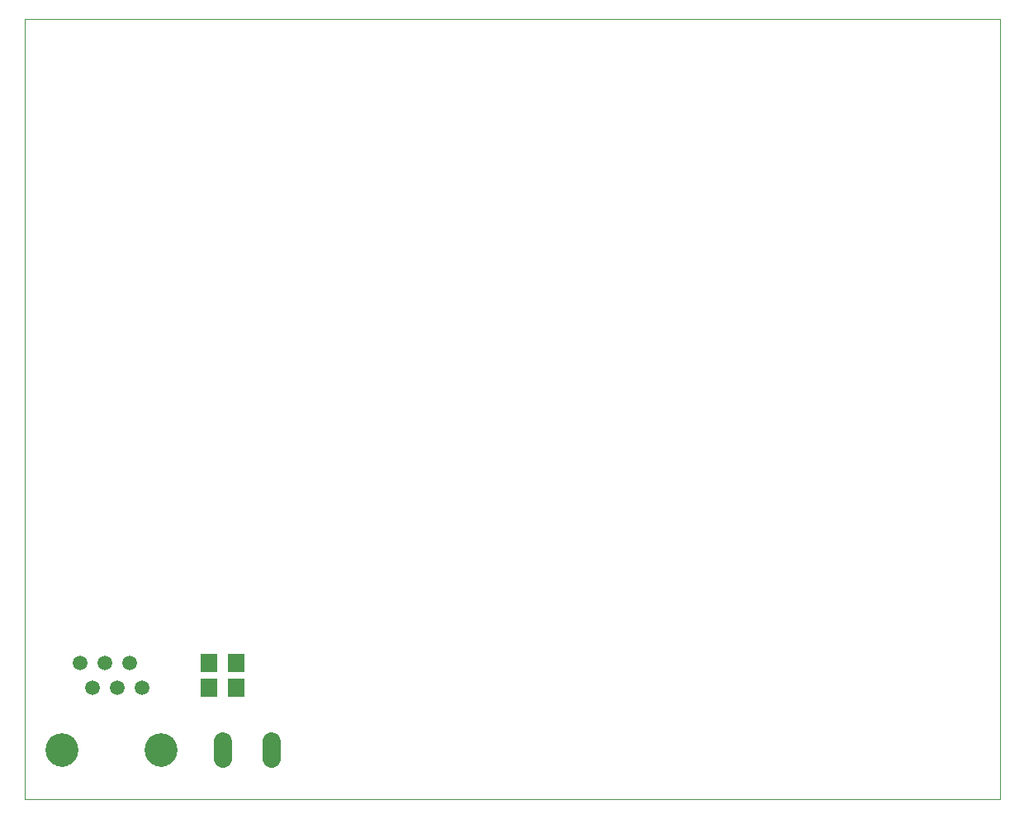
<source format=gbs>
G75*
%MOIN*%
%OFA0B0*%
%FSLAX24Y24*%
%IPPOS*%
%LPD*%
%AMOC8*
5,1,8,0,0,1.08239X$1,22.5*
%
%ADD10C,0.0000*%
%ADD11C,0.0594*%
%ADD12C,0.1320*%
%ADD13R,0.0670X0.0749*%
%ADD14C,0.0745*%
D10*
X000260Y001204D02*
X000260Y032700D01*
X039630Y032700D01*
X039630Y001204D01*
X000260Y001204D01*
X001120Y003204D02*
X001122Y003254D01*
X001128Y003304D01*
X001138Y003353D01*
X001151Y003402D01*
X001169Y003449D01*
X001190Y003495D01*
X001214Y003538D01*
X001242Y003580D01*
X001273Y003620D01*
X001307Y003657D01*
X001344Y003691D01*
X001384Y003722D01*
X001426Y003750D01*
X001469Y003774D01*
X001515Y003795D01*
X001562Y003813D01*
X001611Y003826D01*
X001660Y003836D01*
X001710Y003842D01*
X001760Y003844D01*
X001810Y003842D01*
X001860Y003836D01*
X001909Y003826D01*
X001958Y003813D01*
X002005Y003795D01*
X002051Y003774D01*
X002094Y003750D01*
X002136Y003722D01*
X002176Y003691D01*
X002213Y003657D01*
X002247Y003620D01*
X002278Y003580D01*
X002306Y003538D01*
X002330Y003495D01*
X002351Y003449D01*
X002369Y003402D01*
X002382Y003353D01*
X002392Y003304D01*
X002398Y003254D01*
X002400Y003204D01*
X002398Y003154D01*
X002392Y003104D01*
X002382Y003055D01*
X002369Y003006D01*
X002351Y002959D01*
X002330Y002913D01*
X002306Y002870D01*
X002278Y002828D01*
X002247Y002788D01*
X002213Y002751D01*
X002176Y002717D01*
X002136Y002686D01*
X002094Y002658D01*
X002051Y002634D01*
X002005Y002613D01*
X001958Y002595D01*
X001909Y002582D01*
X001860Y002572D01*
X001810Y002566D01*
X001760Y002564D01*
X001710Y002566D01*
X001660Y002572D01*
X001611Y002582D01*
X001562Y002595D01*
X001515Y002613D01*
X001469Y002634D01*
X001426Y002658D01*
X001384Y002686D01*
X001344Y002717D01*
X001307Y002751D01*
X001273Y002788D01*
X001242Y002828D01*
X001214Y002870D01*
X001190Y002913D01*
X001169Y002959D01*
X001151Y003006D01*
X001138Y003055D01*
X001128Y003104D01*
X001122Y003154D01*
X001120Y003204D01*
X005120Y003204D02*
X005122Y003254D01*
X005128Y003304D01*
X005138Y003353D01*
X005151Y003402D01*
X005169Y003449D01*
X005190Y003495D01*
X005214Y003538D01*
X005242Y003580D01*
X005273Y003620D01*
X005307Y003657D01*
X005344Y003691D01*
X005384Y003722D01*
X005426Y003750D01*
X005469Y003774D01*
X005515Y003795D01*
X005562Y003813D01*
X005611Y003826D01*
X005660Y003836D01*
X005710Y003842D01*
X005760Y003844D01*
X005810Y003842D01*
X005860Y003836D01*
X005909Y003826D01*
X005958Y003813D01*
X006005Y003795D01*
X006051Y003774D01*
X006094Y003750D01*
X006136Y003722D01*
X006176Y003691D01*
X006213Y003657D01*
X006247Y003620D01*
X006278Y003580D01*
X006306Y003538D01*
X006330Y003495D01*
X006351Y003449D01*
X006369Y003402D01*
X006382Y003353D01*
X006392Y003304D01*
X006398Y003254D01*
X006400Y003204D01*
X006398Y003154D01*
X006392Y003104D01*
X006382Y003055D01*
X006369Y003006D01*
X006351Y002959D01*
X006330Y002913D01*
X006306Y002870D01*
X006278Y002828D01*
X006247Y002788D01*
X006213Y002751D01*
X006176Y002717D01*
X006136Y002686D01*
X006094Y002658D01*
X006051Y002634D01*
X006005Y002613D01*
X005958Y002595D01*
X005909Y002582D01*
X005860Y002572D01*
X005810Y002566D01*
X005760Y002564D01*
X005710Y002566D01*
X005660Y002572D01*
X005611Y002582D01*
X005562Y002595D01*
X005515Y002613D01*
X005469Y002634D01*
X005426Y002658D01*
X005384Y002686D01*
X005344Y002717D01*
X005307Y002751D01*
X005273Y002788D01*
X005242Y002828D01*
X005214Y002870D01*
X005190Y002913D01*
X005169Y002959D01*
X005151Y003006D01*
X005138Y003055D01*
X005128Y003104D01*
X005122Y003154D01*
X005120Y003204D01*
D11*
X005010Y005704D03*
X004010Y005704D03*
X003010Y005704D03*
X002510Y006704D03*
X003510Y006704D03*
X004510Y006704D03*
D12*
X005760Y003204D03*
X001760Y003204D03*
D13*
X007709Y005704D03*
X007709Y006704D03*
X008811Y006704D03*
X008811Y005704D03*
D14*
X008276Y003556D02*
X008276Y002851D01*
X010244Y002851D02*
X010244Y003556D01*
M02*

</source>
